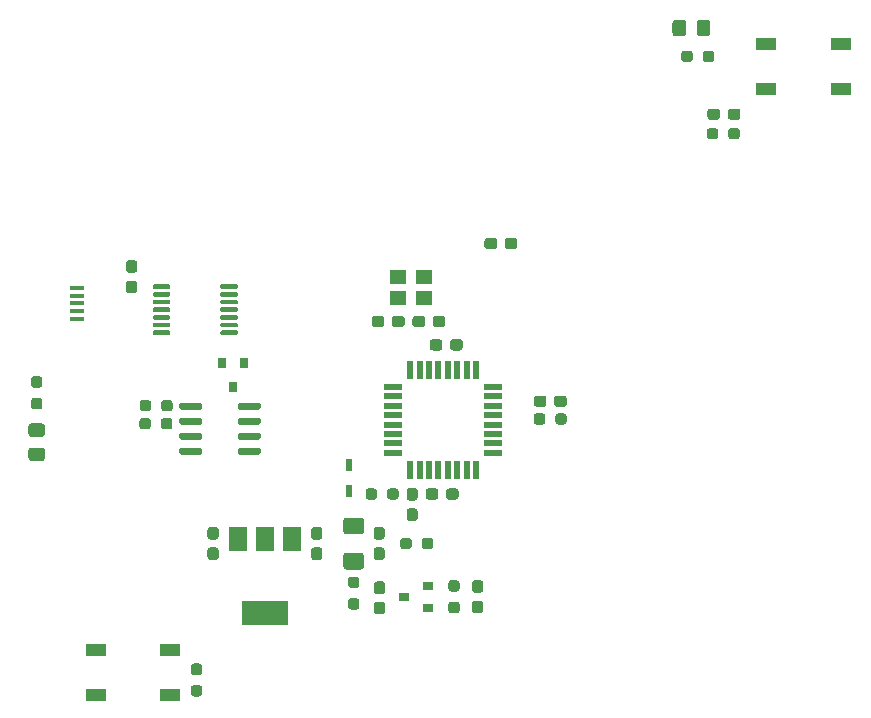
<source format=gbr>
%TF.GenerationSoftware,KiCad,Pcbnew,(5.1.7)-1*%
%TF.CreationDate,2020-10-18T16:27:18+02:00*%
%TF.ProjectId,Atmega_328_breakout,41746d65-6761-45f3-9332-385f62726561,rev?*%
%TF.SameCoordinates,Original*%
%TF.FileFunction,Paste,Top*%
%TF.FilePolarity,Positive*%
%FSLAX46Y46*%
G04 Gerber Fmt 4.6, Leading zero omitted, Abs format (unit mm)*
G04 Created by KiCad (PCBNEW (5.1.7)-1) date 2020-10-18 16:27:18*
%MOMM*%
%LPD*%
G01*
G04 APERTURE LIST*
%ADD10R,1.500000X2.000000*%
%ADD11R,4.000000X2.000000*%
%ADD12R,0.600000X1.100000*%
%ADD13R,1.400000X1.200000*%
%ADD14R,1.700000X1.000000*%
%ADD15R,0.900000X0.800000*%
%ADD16R,1.600000X0.550000*%
%ADD17R,0.550000X1.600000*%
%ADD18R,0.800000X0.900000*%
%ADD19R,1.300000X0.450000*%
G04 APERTURE END LIST*
%TO.C,U3*%
G36*
G01*
X69100000Y-89175000D02*
X69100000Y-88875000D01*
G75*
G02*
X69250000Y-88725000I150000J0D01*
G01*
X70900000Y-88725000D01*
G75*
G02*
X71050000Y-88875000I0J-150000D01*
G01*
X71050000Y-89175000D01*
G75*
G02*
X70900000Y-89325000I-150000J0D01*
G01*
X69250000Y-89325000D01*
G75*
G02*
X69100000Y-89175000I0J150000D01*
G01*
G37*
G36*
G01*
X69100000Y-90445000D02*
X69100000Y-90145000D01*
G75*
G02*
X69250000Y-89995000I150000J0D01*
G01*
X70900000Y-89995000D01*
G75*
G02*
X71050000Y-90145000I0J-150000D01*
G01*
X71050000Y-90445000D01*
G75*
G02*
X70900000Y-90595000I-150000J0D01*
G01*
X69250000Y-90595000D01*
G75*
G02*
X69100000Y-90445000I0J150000D01*
G01*
G37*
G36*
G01*
X69100000Y-91715000D02*
X69100000Y-91415000D01*
G75*
G02*
X69250000Y-91265000I150000J0D01*
G01*
X70900000Y-91265000D01*
G75*
G02*
X71050000Y-91415000I0J-150000D01*
G01*
X71050000Y-91715000D01*
G75*
G02*
X70900000Y-91865000I-150000J0D01*
G01*
X69250000Y-91865000D01*
G75*
G02*
X69100000Y-91715000I0J150000D01*
G01*
G37*
G36*
G01*
X69100000Y-92985000D02*
X69100000Y-92685000D01*
G75*
G02*
X69250000Y-92535000I150000J0D01*
G01*
X70900000Y-92535000D01*
G75*
G02*
X71050000Y-92685000I0J-150000D01*
G01*
X71050000Y-92985000D01*
G75*
G02*
X70900000Y-93135000I-150000J0D01*
G01*
X69250000Y-93135000D01*
G75*
G02*
X69100000Y-92985000I0J150000D01*
G01*
G37*
G36*
G01*
X64150000Y-92985000D02*
X64150000Y-92685000D01*
G75*
G02*
X64300000Y-92535000I150000J0D01*
G01*
X65950000Y-92535000D01*
G75*
G02*
X66100000Y-92685000I0J-150000D01*
G01*
X66100000Y-92985000D01*
G75*
G02*
X65950000Y-93135000I-150000J0D01*
G01*
X64300000Y-93135000D01*
G75*
G02*
X64150000Y-92985000I0J150000D01*
G01*
G37*
G36*
G01*
X64150000Y-91715000D02*
X64150000Y-91415000D01*
G75*
G02*
X64300000Y-91265000I150000J0D01*
G01*
X65950000Y-91265000D01*
G75*
G02*
X66100000Y-91415000I0J-150000D01*
G01*
X66100000Y-91715000D01*
G75*
G02*
X65950000Y-91865000I-150000J0D01*
G01*
X64300000Y-91865000D01*
G75*
G02*
X64150000Y-91715000I0J150000D01*
G01*
G37*
G36*
G01*
X64150000Y-90445000D02*
X64150000Y-90145000D01*
G75*
G02*
X64300000Y-89995000I150000J0D01*
G01*
X65950000Y-89995000D01*
G75*
G02*
X66100000Y-90145000I0J-150000D01*
G01*
X66100000Y-90445000D01*
G75*
G02*
X65950000Y-90595000I-150000J0D01*
G01*
X64300000Y-90595000D01*
G75*
G02*
X64150000Y-90445000I0J150000D01*
G01*
G37*
G36*
G01*
X64150000Y-89175000D02*
X64150000Y-88875000D01*
G75*
G02*
X64300000Y-88725000I150000J0D01*
G01*
X65950000Y-88725000D01*
G75*
G02*
X66100000Y-88875000I0J-150000D01*
G01*
X66100000Y-89175000D01*
G75*
G02*
X65950000Y-89325000I-150000J0D01*
G01*
X64300000Y-89325000D01*
G75*
G02*
X64150000Y-89175000I0J150000D01*
G01*
G37*
%TD*%
D10*
%TO.C,U1*%
X73675000Y-100250000D03*
X69075000Y-100250000D03*
X71375000Y-100250000D03*
D11*
X71375000Y-106550000D03*
%TD*%
D12*
%TO.C,D2*%
X78522000Y-96158000D03*
X78522000Y-93958000D03*
%TD*%
D13*
%TO.C,Y1*%
X82672000Y-78118000D03*
X84872000Y-78118000D03*
X84872000Y-79818000D03*
X82672000Y-79818000D03*
%TD*%
D14*
%TO.C,SW2*%
X120153000Y-62160000D03*
X113853000Y-62160000D03*
X120153000Y-58360000D03*
X113853000Y-58360000D03*
%TD*%
%TO.C,SW1*%
X57084000Y-109668000D03*
X63384000Y-109668000D03*
X57084000Y-113468000D03*
X63384000Y-113468000D03*
%TD*%
%TO.C,R12*%
G36*
G01*
X81741000Y-96692500D02*
X81741000Y-96217500D01*
G75*
G02*
X81978500Y-95980000I237500J0D01*
G01*
X82478500Y-95980000D01*
G75*
G02*
X82716000Y-96217500I0J-237500D01*
G01*
X82716000Y-96692500D01*
G75*
G02*
X82478500Y-96930000I-237500J0D01*
G01*
X81978500Y-96930000D01*
G75*
G02*
X81741000Y-96692500I0J237500D01*
G01*
G37*
G36*
G01*
X79916000Y-96692500D02*
X79916000Y-96217500D01*
G75*
G02*
X80153500Y-95980000I237500J0D01*
G01*
X80653500Y-95980000D01*
G75*
G02*
X80891000Y-96217500I0J-237500D01*
G01*
X80891000Y-96692500D01*
G75*
G02*
X80653500Y-96930000I-237500J0D01*
G01*
X80153500Y-96930000D01*
G75*
G02*
X79916000Y-96692500I0J237500D01*
G01*
G37*
%TD*%
%TO.C,R11*%
G36*
G01*
X84662000Y-100883500D02*
X84662000Y-100408500D01*
G75*
G02*
X84899500Y-100171000I237500J0D01*
G01*
X85399500Y-100171000D01*
G75*
G02*
X85637000Y-100408500I0J-237500D01*
G01*
X85637000Y-100883500D01*
G75*
G02*
X85399500Y-101121000I-237500J0D01*
G01*
X84899500Y-101121000D01*
G75*
G02*
X84662000Y-100883500I0J237500D01*
G01*
G37*
G36*
G01*
X82837000Y-100883500D02*
X82837000Y-100408500D01*
G75*
G02*
X83074500Y-100171000I237500J0D01*
G01*
X83574500Y-100171000D01*
G75*
G02*
X83812000Y-100408500I0J-237500D01*
G01*
X83812000Y-100883500D01*
G75*
G02*
X83574500Y-101121000I-237500J0D01*
G01*
X83074500Y-101121000D01*
G75*
G02*
X82837000Y-100883500I0J237500D01*
G01*
G37*
%TD*%
%TO.C,F1*%
G36*
G01*
X79528000Y-99871000D02*
X78278000Y-99871000D01*
G75*
G02*
X78028000Y-99621000I0J250000D01*
G01*
X78028000Y-98696000D01*
G75*
G02*
X78278000Y-98446000I250000J0D01*
G01*
X79528000Y-98446000D01*
G75*
G02*
X79778000Y-98696000I0J-250000D01*
G01*
X79778000Y-99621000D01*
G75*
G02*
X79528000Y-99871000I-250000J0D01*
G01*
G37*
G36*
G01*
X79528000Y-102846000D02*
X78278000Y-102846000D01*
G75*
G02*
X78028000Y-102596000I0J250000D01*
G01*
X78028000Y-101671000D01*
G75*
G02*
X78278000Y-101421000I250000J0D01*
G01*
X79528000Y-101421000D01*
G75*
G02*
X79778000Y-101671000I0J-250000D01*
G01*
X79778000Y-102596000D01*
G75*
G02*
X79528000Y-102846000I-250000J0D01*
G01*
G37*
%TD*%
%TO.C,U6*%
G36*
G01*
X63375000Y-82700000D02*
X63375000Y-82900000D01*
G75*
G02*
X63275000Y-83000000I-100000J0D01*
G01*
X62000000Y-83000000D01*
G75*
G02*
X61900000Y-82900000I0J100000D01*
G01*
X61900000Y-82700000D01*
G75*
G02*
X62000000Y-82600000I100000J0D01*
G01*
X63275000Y-82600000D01*
G75*
G02*
X63375000Y-82700000I0J-100000D01*
G01*
G37*
G36*
G01*
X63375000Y-82050000D02*
X63375000Y-82250000D01*
G75*
G02*
X63275000Y-82350000I-100000J0D01*
G01*
X62000000Y-82350000D01*
G75*
G02*
X61900000Y-82250000I0J100000D01*
G01*
X61900000Y-82050000D01*
G75*
G02*
X62000000Y-81950000I100000J0D01*
G01*
X63275000Y-81950000D01*
G75*
G02*
X63375000Y-82050000I0J-100000D01*
G01*
G37*
G36*
G01*
X63375000Y-81400000D02*
X63375000Y-81600000D01*
G75*
G02*
X63275000Y-81700000I-100000J0D01*
G01*
X62000000Y-81700000D01*
G75*
G02*
X61900000Y-81600000I0J100000D01*
G01*
X61900000Y-81400000D01*
G75*
G02*
X62000000Y-81300000I100000J0D01*
G01*
X63275000Y-81300000D01*
G75*
G02*
X63375000Y-81400000I0J-100000D01*
G01*
G37*
G36*
G01*
X63375000Y-80750000D02*
X63375000Y-80950000D01*
G75*
G02*
X63275000Y-81050000I-100000J0D01*
G01*
X62000000Y-81050000D01*
G75*
G02*
X61900000Y-80950000I0J100000D01*
G01*
X61900000Y-80750000D01*
G75*
G02*
X62000000Y-80650000I100000J0D01*
G01*
X63275000Y-80650000D01*
G75*
G02*
X63375000Y-80750000I0J-100000D01*
G01*
G37*
G36*
G01*
X63375000Y-80100000D02*
X63375000Y-80300000D01*
G75*
G02*
X63275000Y-80400000I-100000J0D01*
G01*
X62000000Y-80400000D01*
G75*
G02*
X61900000Y-80300000I0J100000D01*
G01*
X61900000Y-80100000D01*
G75*
G02*
X62000000Y-80000000I100000J0D01*
G01*
X63275000Y-80000000D01*
G75*
G02*
X63375000Y-80100000I0J-100000D01*
G01*
G37*
G36*
G01*
X63375000Y-79450000D02*
X63375000Y-79650000D01*
G75*
G02*
X63275000Y-79750000I-100000J0D01*
G01*
X62000000Y-79750000D01*
G75*
G02*
X61900000Y-79650000I0J100000D01*
G01*
X61900000Y-79450000D01*
G75*
G02*
X62000000Y-79350000I100000J0D01*
G01*
X63275000Y-79350000D01*
G75*
G02*
X63375000Y-79450000I0J-100000D01*
G01*
G37*
G36*
G01*
X63375000Y-78800000D02*
X63375000Y-79000000D01*
G75*
G02*
X63275000Y-79100000I-100000J0D01*
G01*
X62000000Y-79100000D01*
G75*
G02*
X61900000Y-79000000I0J100000D01*
G01*
X61900000Y-78800000D01*
G75*
G02*
X62000000Y-78700000I100000J0D01*
G01*
X63275000Y-78700000D01*
G75*
G02*
X63375000Y-78800000I0J-100000D01*
G01*
G37*
G36*
G01*
X69100000Y-78800000D02*
X69100000Y-79000000D01*
G75*
G02*
X69000000Y-79100000I-100000J0D01*
G01*
X67725000Y-79100000D01*
G75*
G02*
X67625000Y-79000000I0J100000D01*
G01*
X67625000Y-78800000D01*
G75*
G02*
X67725000Y-78700000I100000J0D01*
G01*
X69000000Y-78700000D01*
G75*
G02*
X69100000Y-78800000I0J-100000D01*
G01*
G37*
G36*
G01*
X69100000Y-79450000D02*
X69100000Y-79650000D01*
G75*
G02*
X69000000Y-79750000I-100000J0D01*
G01*
X67725000Y-79750000D01*
G75*
G02*
X67625000Y-79650000I0J100000D01*
G01*
X67625000Y-79450000D01*
G75*
G02*
X67725000Y-79350000I100000J0D01*
G01*
X69000000Y-79350000D01*
G75*
G02*
X69100000Y-79450000I0J-100000D01*
G01*
G37*
G36*
G01*
X69100000Y-80100000D02*
X69100000Y-80300000D01*
G75*
G02*
X69000000Y-80400000I-100000J0D01*
G01*
X67725000Y-80400000D01*
G75*
G02*
X67625000Y-80300000I0J100000D01*
G01*
X67625000Y-80100000D01*
G75*
G02*
X67725000Y-80000000I100000J0D01*
G01*
X69000000Y-80000000D01*
G75*
G02*
X69100000Y-80100000I0J-100000D01*
G01*
G37*
G36*
G01*
X69100000Y-80750000D02*
X69100000Y-80950000D01*
G75*
G02*
X69000000Y-81050000I-100000J0D01*
G01*
X67725000Y-81050000D01*
G75*
G02*
X67625000Y-80950000I0J100000D01*
G01*
X67625000Y-80750000D01*
G75*
G02*
X67725000Y-80650000I100000J0D01*
G01*
X69000000Y-80650000D01*
G75*
G02*
X69100000Y-80750000I0J-100000D01*
G01*
G37*
G36*
G01*
X69100000Y-81400000D02*
X69100000Y-81600000D01*
G75*
G02*
X69000000Y-81700000I-100000J0D01*
G01*
X67725000Y-81700000D01*
G75*
G02*
X67625000Y-81600000I0J100000D01*
G01*
X67625000Y-81400000D01*
G75*
G02*
X67725000Y-81300000I100000J0D01*
G01*
X69000000Y-81300000D01*
G75*
G02*
X69100000Y-81400000I0J-100000D01*
G01*
G37*
G36*
G01*
X69100000Y-82050000D02*
X69100000Y-82250000D01*
G75*
G02*
X69000000Y-82350000I-100000J0D01*
G01*
X67725000Y-82350000D01*
G75*
G02*
X67625000Y-82250000I0J100000D01*
G01*
X67625000Y-82050000D01*
G75*
G02*
X67725000Y-81950000I100000J0D01*
G01*
X69000000Y-81950000D01*
G75*
G02*
X69100000Y-82050000I0J-100000D01*
G01*
G37*
G36*
G01*
X69100000Y-82700000D02*
X69100000Y-82900000D01*
G75*
G02*
X69000000Y-83000000I-100000J0D01*
G01*
X67725000Y-83000000D01*
G75*
G02*
X67625000Y-82900000I0J100000D01*
G01*
X67625000Y-82700000D01*
G75*
G02*
X67725000Y-82600000I100000J0D01*
G01*
X69000000Y-82600000D01*
G75*
G02*
X69100000Y-82700000I0J-100000D01*
G01*
G37*
%TD*%
D15*
%TO.C,U5*%
X83200000Y-105150000D03*
X85200000Y-104200000D03*
X85200000Y-106100000D03*
%TD*%
D16*
%TO.C,U4*%
X90737000Y-87370000D03*
X90737000Y-88170000D03*
X90737000Y-88970000D03*
X90737000Y-89770000D03*
X90737000Y-90570000D03*
X90737000Y-91370000D03*
X90737000Y-92170000D03*
X90737000Y-92970000D03*
D17*
X89287000Y-94420000D03*
X88487000Y-94420000D03*
X87687000Y-94420000D03*
X86887000Y-94420000D03*
X86087000Y-94420000D03*
X85287000Y-94420000D03*
X84487000Y-94420000D03*
X83687000Y-94420000D03*
D16*
X82237000Y-92970000D03*
X82237000Y-92170000D03*
X82237000Y-91370000D03*
X82237000Y-90570000D03*
X82237000Y-89770000D03*
X82237000Y-88970000D03*
X82237000Y-88170000D03*
X82237000Y-87370000D03*
D17*
X83687000Y-85920000D03*
X84487000Y-85920000D03*
X85287000Y-85920000D03*
X86087000Y-85920000D03*
X86887000Y-85920000D03*
X87687000Y-85920000D03*
X88487000Y-85920000D03*
X89287000Y-85920000D03*
%TD*%
D18*
%TO.C,Q1*%
X68700000Y-87400000D03*
X67750000Y-85400000D03*
X69650000Y-85400000D03*
%TD*%
D19*
%TO.C,J28*%
X55500000Y-81600000D03*
X55500000Y-80950000D03*
X55500000Y-80300000D03*
X55500000Y-79650000D03*
X55500000Y-79000000D03*
%TD*%
%TO.C,D4*%
G36*
G01*
X107050000Y-56549999D02*
X107050000Y-57450001D01*
G75*
G02*
X106800001Y-57700000I-249999J0D01*
G01*
X106149999Y-57700000D01*
G75*
G02*
X105900000Y-57450001I0J249999D01*
G01*
X105900000Y-56549999D01*
G75*
G02*
X106149999Y-56300000I249999J0D01*
G01*
X106800001Y-56300000D01*
G75*
G02*
X107050000Y-56549999I0J-249999D01*
G01*
G37*
G36*
G01*
X109100000Y-56549999D02*
X109100000Y-57450001D01*
G75*
G02*
X108850001Y-57700000I-249999J0D01*
G01*
X108199999Y-57700000D01*
G75*
G02*
X107950000Y-57450001I0J249999D01*
G01*
X107950000Y-56549999D01*
G75*
G02*
X108199999Y-56300000I249999J0D01*
G01*
X108850001Y-56300000D01*
G75*
G02*
X109100000Y-56549999I0J-249999D01*
G01*
G37*
%TD*%
%TO.C,D3*%
G36*
G01*
X52520001Y-91625000D02*
X51619999Y-91625000D01*
G75*
G02*
X51370000Y-91375001I0J249999D01*
G01*
X51370000Y-90724999D01*
G75*
G02*
X51619999Y-90475000I249999J0D01*
G01*
X52520001Y-90475000D01*
G75*
G02*
X52770000Y-90724999I0J-249999D01*
G01*
X52770000Y-91375001D01*
G75*
G02*
X52520001Y-91625000I-249999J0D01*
G01*
G37*
G36*
G01*
X52520001Y-93675000D02*
X51619999Y-93675000D01*
G75*
G02*
X51370000Y-93425001I0J249999D01*
G01*
X51370000Y-92774999D01*
G75*
G02*
X51619999Y-92525000I249999J0D01*
G01*
X52520001Y-92525000D01*
G75*
G02*
X52770000Y-92774999I0J-249999D01*
G01*
X52770000Y-93425001D01*
G75*
G02*
X52520001Y-93675000I-249999J0D01*
G01*
G37*
%TD*%
%TO.C,C14*%
G36*
G01*
X59862500Y-78375000D02*
X60337500Y-78375000D01*
G75*
G02*
X60575000Y-78612500I0J-237500D01*
G01*
X60575000Y-79212500D01*
G75*
G02*
X60337500Y-79450000I-237500J0D01*
G01*
X59862500Y-79450000D01*
G75*
G02*
X59625000Y-79212500I0J237500D01*
G01*
X59625000Y-78612500D01*
G75*
G02*
X59862500Y-78375000I237500J0D01*
G01*
G37*
G36*
G01*
X59862500Y-76650000D02*
X60337500Y-76650000D01*
G75*
G02*
X60575000Y-76887500I0J-237500D01*
G01*
X60575000Y-77487500D01*
G75*
G02*
X60337500Y-77725000I-237500J0D01*
G01*
X59862500Y-77725000D01*
G75*
G02*
X59625000Y-77487500I0J237500D01*
G01*
X59625000Y-76887500D01*
G75*
G02*
X59862500Y-76650000I237500J0D01*
G01*
G37*
%TD*%
%TO.C,C13*%
G36*
G01*
X110575000Y-64537500D02*
X110575000Y-64062500D01*
G75*
G02*
X110812500Y-63825000I237500J0D01*
G01*
X111412500Y-63825000D01*
G75*
G02*
X111650000Y-64062500I0J-237500D01*
G01*
X111650000Y-64537500D01*
G75*
G02*
X111412500Y-64775000I-237500J0D01*
G01*
X110812500Y-64775000D01*
G75*
G02*
X110575000Y-64537500I0J237500D01*
G01*
G37*
G36*
G01*
X108850000Y-64537500D02*
X108850000Y-64062500D01*
G75*
G02*
X109087500Y-63825000I237500J0D01*
G01*
X109687500Y-63825000D01*
G75*
G02*
X109925000Y-64062500I0J-237500D01*
G01*
X109925000Y-64537500D01*
G75*
G02*
X109687500Y-64775000I-237500J0D01*
G01*
X109087500Y-64775000D01*
G75*
G02*
X108850000Y-64537500I0J237500D01*
G01*
G37*
%TD*%
%TO.C,C12*%
G36*
G01*
X84954500Y-81612500D02*
X84954500Y-82087500D01*
G75*
G02*
X84717000Y-82325000I-237500J0D01*
G01*
X84117000Y-82325000D01*
G75*
G02*
X83879500Y-82087500I0J237500D01*
G01*
X83879500Y-81612500D01*
G75*
G02*
X84117000Y-81375000I237500J0D01*
G01*
X84717000Y-81375000D01*
G75*
G02*
X84954500Y-81612500I0J-237500D01*
G01*
G37*
G36*
G01*
X86679500Y-81612500D02*
X86679500Y-82087500D01*
G75*
G02*
X86442000Y-82325000I-237500J0D01*
G01*
X85842000Y-82325000D01*
G75*
G02*
X85604500Y-82087500I0J237500D01*
G01*
X85604500Y-81612500D01*
G75*
G02*
X85842000Y-81375000I237500J0D01*
G01*
X86442000Y-81375000D01*
G75*
G02*
X86679500Y-81612500I0J-237500D01*
G01*
G37*
%TD*%
%TO.C,C11*%
G36*
G01*
X82149000Y-82087500D02*
X82149000Y-81612500D01*
G75*
G02*
X82386500Y-81375000I237500J0D01*
G01*
X82986500Y-81375000D01*
G75*
G02*
X83224000Y-81612500I0J-237500D01*
G01*
X83224000Y-82087500D01*
G75*
G02*
X82986500Y-82325000I-237500J0D01*
G01*
X82386500Y-82325000D01*
G75*
G02*
X82149000Y-82087500I0J237500D01*
G01*
G37*
G36*
G01*
X80424000Y-82087500D02*
X80424000Y-81612500D01*
G75*
G02*
X80661500Y-81375000I237500J0D01*
G01*
X81261500Y-81375000D01*
G75*
G02*
X81499000Y-81612500I0J-237500D01*
G01*
X81499000Y-82087500D01*
G75*
G02*
X81261500Y-82325000I-237500J0D01*
G01*
X80661500Y-82325000D01*
G75*
G02*
X80424000Y-82087500I0J237500D01*
G01*
G37*
%TD*%
%TO.C,C10*%
G36*
G01*
X91700500Y-75483500D02*
X91700500Y-75008500D01*
G75*
G02*
X91938000Y-74771000I237500J0D01*
G01*
X92538000Y-74771000D01*
G75*
G02*
X92775500Y-75008500I0J-237500D01*
G01*
X92775500Y-75483500D01*
G75*
G02*
X92538000Y-75721000I-237500J0D01*
G01*
X91938000Y-75721000D01*
G75*
G02*
X91700500Y-75483500I0J237500D01*
G01*
G37*
G36*
G01*
X89975500Y-75483500D02*
X89975500Y-75008500D01*
G75*
G02*
X90213000Y-74771000I237500J0D01*
G01*
X90813000Y-74771000D01*
G75*
G02*
X91050500Y-75008500I0J-237500D01*
G01*
X91050500Y-75483500D01*
G75*
G02*
X90813000Y-75721000I-237500J0D01*
G01*
X90213000Y-75721000D01*
G75*
G02*
X89975500Y-75483500I0J237500D01*
G01*
G37*
%TD*%
%TO.C,C9*%
G36*
G01*
X95875000Y-88837500D02*
X95875000Y-88362500D01*
G75*
G02*
X96112500Y-88125000I237500J0D01*
G01*
X96712500Y-88125000D01*
G75*
G02*
X96950000Y-88362500I0J-237500D01*
G01*
X96950000Y-88837500D01*
G75*
G02*
X96712500Y-89075000I-237500J0D01*
G01*
X96112500Y-89075000D01*
G75*
G02*
X95875000Y-88837500I0J237500D01*
G01*
G37*
G36*
G01*
X94150000Y-88837500D02*
X94150000Y-88362500D01*
G75*
G02*
X94387500Y-88125000I237500J0D01*
G01*
X94987500Y-88125000D01*
G75*
G02*
X95225000Y-88362500I0J-237500D01*
G01*
X95225000Y-88837500D01*
G75*
G02*
X94987500Y-89075000I-237500J0D01*
G01*
X94387500Y-89075000D01*
G75*
G02*
X94150000Y-88837500I0J237500D01*
G01*
G37*
%TD*%
%TO.C,C8*%
G36*
G01*
X80824500Y-100971000D02*
X81299500Y-100971000D01*
G75*
G02*
X81537000Y-101208500I0J-237500D01*
G01*
X81537000Y-101808500D01*
G75*
G02*
X81299500Y-102046000I-237500J0D01*
G01*
X80824500Y-102046000D01*
G75*
G02*
X80587000Y-101808500I0J237500D01*
G01*
X80587000Y-101208500D01*
G75*
G02*
X80824500Y-100971000I237500J0D01*
G01*
G37*
G36*
G01*
X80824500Y-99246000D02*
X81299500Y-99246000D01*
G75*
G02*
X81537000Y-99483500I0J-237500D01*
G01*
X81537000Y-100083500D01*
G75*
G02*
X81299500Y-100321000I-237500J0D01*
G01*
X80824500Y-100321000D01*
G75*
G02*
X80587000Y-100083500I0J237500D01*
G01*
X80587000Y-99483500D01*
G75*
G02*
X80824500Y-99246000I237500J0D01*
G01*
G37*
%TD*%
%TO.C,C7*%
G36*
G01*
X89162500Y-105475000D02*
X89637500Y-105475000D01*
G75*
G02*
X89875000Y-105712500I0J-237500D01*
G01*
X89875000Y-106312500D01*
G75*
G02*
X89637500Y-106550000I-237500J0D01*
G01*
X89162500Y-106550000D01*
G75*
G02*
X88925000Y-106312500I0J237500D01*
G01*
X88925000Y-105712500D01*
G75*
G02*
X89162500Y-105475000I237500J0D01*
G01*
G37*
G36*
G01*
X89162500Y-103750000D02*
X89637500Y-103750000D01*
G75*
G02*
X89875000Y-103987500I0J-237500D01*
G01*
X89875000Y-104587500D01*
G75*
G02*
X89637500Y-104825000I-237500J0D01*
G01*
X89162500Y-104825000D01*
G75*
G02*
X88925000Y-104587500I0J237500D01*
G01*
X88925000Y-103987500D01*
G75*
G02*
X89162500Y-103750000I237500J0D01*
G01*
G37*
%TD*%
%TO.C,C6*%
G36*
G01*
X81337500Y-104925000D02*
X80862500Y-104925000D01*
G75*
G02*
X80625000Y-104687500I0J237500D01*
G01*
X80625000Y-104087500D01*
G75*
G02*
X80862500Y-103850000I237500J0D01*
G01*
X81337500Y-103850000D01*
G75*
G02*
X81575000Y-104087500I0J-237500D01*
G01*
X81575000Y-104687500D01*
G75*
G02*
X81337500Y-104925000I-237500J0D01*
G01*
G37*
G36*
G01*
X81337500Y-106650000D02*
X80862500Y-106650000D01*
G75*
G02*
X80625000Y-106412500I0J237500D01*
G01*
X80625000Y-105812500D01*
G75*
G02*
X80862500Y-105575000I237500J0D01*
G01*
X81337500Y-105575000D01*
G75*
G02*
X81575000Y-105812500I0J-237500D01*
G01*
X81575000Y-106412500D01*
G75*
G02*
X81337500Y-106650000I-237500J0D01*
G01*
G37*
%TD*%
%TO.C,C5*%
G36*
G01*
X76012500Y-100321000D02*
X75537500Y-100321000D01*
G75*
G02*
X75300000Y-100083500I0J237500D01*
G01*
X75300000Y-99483500D01*
G75*
G02*
X75537500Y-99246000I237500J0D01*
G01*
X76012500Y-99246000D01*
G75*
G02*
X76250000Y-99483500I0J-237500D01*
G01*
X76250000Y-100083500D01*
G75*
G02*
X76012500Y-100321000I-237500J0D01*
G01*
G37*
G36*
G01*
X76012500Y-102046000D02*
X75537500Y-102046000D01*
G75*
G02*
X75300000Y-101808500I0J237500D01*
G01*
X75300000Y-101208500D01*
G75*
G02*
X75537500Y-100971000I237500J0D01*
G01*
X76012500Y-100971000D01*
G75*
G02*
X76250000Y-101208500I0J-237500D01*
G01*
X76250000Y-101808500D01*
G75*
G02*
X76012500Y-102046000I-237500J0D01*
G01*
G37*
%TD*%
%TO.C,C4*%
G36*
G01*
X86071000Y-96217500D02*
X86071000Y-96692500D01*
G75*
G02*
X85833500Y-96930000I-237500J0D01*
G01*
X85233500Y-96930000D01*
G75*
G02*
X84996000Y-96692500I0J237500D01*
G01*
X84996000Y-96217500D01*
G75*
G02*
X85233500Y-95980000I237500J0D01*
G01*
X85833500Y-95980000D01*
G75*
G02*
X86071000Y-96217500I0J-237500D01*
G01*
G37*
G36*
G01*
X87796000Y-96217500D02*
X87796000Y-96692500D01*
G75*
G02*
X87558500Y-96930000I-237500J0D01*
G01*
X86958500Y-96930000D01*
G75*
G02*
X86721000Y-96692500I0J237500D01*
G01*
X86721000Y-96217500D01*
G75*
G02*
X86958500Y-95980000I237500J0D01*
G01*
X87558500Y-95980000D01*
G75*
G02*
X87796000Y-96217500I0J-237500D01*
G01*
G37*
%TD*%
%TO.C,C3*%
G36*
G01*
X86423000Y-83588500D02*
X86423000Y-84063500D01*
G75*
G02*
X86185500Y-84301000I-237500J0D01*
G01*
X85585500Y-84301000D01*
G75*
G02*
X85348000Y-84063500I0J237500D01*
G01*
X85348000Y-83588500D01*
G75*
G02*
X85585500Y-83351000I237500J0D01*
G01*
X86185500Y-83351000D01*
G75*
G02*
X86423000Y-83588500I0J-237500D01*
G01*
G37*
G36*
G01*
X88148000Y-83588500D02*
X88148000Y-84063500D01*
G75*
G02*
X87910500Y-84301000I-237500J0D01*
G01*
X87310500Y-84301000D01*
G75*
G02*
X87073000Y-84063500I0J237500D01*
G01*
X87073000Y-83588500D01*
G75*
G02*
X87310500Y-83351000I237500J0D01*
G01*
X87910500Y-83351000D01*
G75*
G02*
X88148000Y-83588500I0J-237500D01*
G01*
G37*
%TD*%
%TO.C,C2*%
G36*
G01*
X67237500Y-100321000D02*
X66762500Y-100321000D01*
G75*
G02*
X66525000Y-100083500I0J237500D01*
G01*
X66525000Y-99483500D01*
G75*
G02*
X66762500Y-99246000I237500J0D01*
G01*
X67237500Y-99246000D01*
G75*
G02*
X67475000Y-99483500I0J-237500D01*
G01*
X67475000Y-100083500D01*
G75*
G02*
X67237500Y-100321000I-237500J0D01*
G01*
G37*
G36*
G01*
X67237500Y-102046000D02*
X66762500Y-102046000D01*
G75*
G02*
X66525000Y-101808500I0J237500D01*
G01*
X66525000Y-101208500D01*
G75*
G02*
X66762500Y-100971000I237500J0D01*
G01*
X67237500Y-100971000D01*
G75*
G02*
X67475000Y-101208500I0J-237500D01*
G01*
X67475000Y-101808500D01*
G75*
G02*
X67237500Y-102046000I-237500J0D01*
G01*
G37*
%TD*%
%TO.C,C1*%
G36*
G01*
X84093500Y-97019000D02*
X83618500Y-97019000D01*
G75*
G02*
X83381000Y-96781500I0J237500D01*
G01*
X83381000Y-96181500D01*
G75*
G02*
X83618500Y-95944000I237500J0D01*
G01*
X84093500Y-95944000D01*
G75*
G02*
X84331000Y-96181500I0J-237500D01*
G01*
X84331000Y-96781500D01*
G75*
G02*
X84093500Y-97019000I-237500J0D01*
G01*
G37*
G36*
G01*
X84093500Y-98744000D02*
X83618500Y-98744000D01*
G75*
G02*
X83381000Y-98506500I0J237500D01*
G01*
X83381000Y-97906500D01*
G75*
G02*
X83618500Y-97669000I237500J0D01*
G01*
X84093500Y-97669000D01*
G75*
G02*
X84331000Y-97906500I0J-237500D01*
G01*
X84331000Y-98506500D01*
G75*
G02*
X84093500Y-98744000I-237500J0D01*
G01*
G37*
%TD*%
%TO.C,R1*%
G36*
G01*
X60760000Y-90737500D02*
X60760000Y-90262500D01*
G75*
G02*
X60997500Y-90025000I237500J0D01*
G01*
X61497500Y-90025000D01*
G75*
G02*
X61735000Y-90262500I0J-237500D01*
G01*
X61735000Y-90737500D01*
G75*
G02*
X61497500Y-90975000I-237500J0D01*
G01*
X60997500Y-90975000D01*
G75*
G02*
X60760000Y-90737500I0J237500D01*
G01*
G37*
G36*
G01*
X62585000Y-90737500D02*
X62585000Y-90262500D01*
G75*
G02*
X62822500Y-90025000I237500J0D01*
G01*
X63322500Y-90025000D01*
G75*
G02*
X63560000Y-90262500I0J-237500D01*
G01*
X63560000Y-90737500D01*
G75*
G02*
X63322500Y-90975000I-237500J0D01*
G01*
X62822500Y-90975000D01*
G75*
G02*
X62585000Y-90737500I0J237500D01*
G01*
G37*
%TD*%
%TO.C,R2*%
G36*
G01*
X63577500Y-88732500D02*
X63577500Y-89207500D01*
G75*
G02*
X63340000Y-89445000I-237500J0D01*
G01*
X62840000Y-89445000D01*
G75*
G02*
X62602500Y-89207500I0J237500D01*
G01*
X62602500Y-88732500D01*
G75*
G02*
X62840000Y-88495000I237500J0D01*
G01*
X63340000Y-88495000D01*
G75*
G02*
X63577500Y-88732500I0J-237500D01*
G01*
G37*
G36*
G01*
X61752500Y-88732500D02*
X61752500Y-89207500D01*
G75*
G02*
X61515000Y-89445000I-237500J0D01*
G01*
X61015000Y-89445000D01*
G75*
G02*
X60777500Y-89207500I0J237500D01*
G01*
X60777500Y-88732500D01*
G75*
G02*
X61015000Y-88495000I237500J0D01*
G01*
X61515000Y-88495000D01*
G75*
G02*
X61752500Y-88732500I0J-237500D01*
G01*
G37*
%TD*%
%TO.C,R3*%
G36*
G01*
X87637500Y-104725000D02*
X87162500Y-104725000D01*
G75*
G02*
X86925000Y-104487500I0J237500D01*
G01*
X86925000Y-103987500D01*
G75*
G02*
X87162500Y-103750000I237500J0D01*
G01*
X87637500Y-103750000D01*
G75*
G02*
X87875000Y-103987500I0J-237500D01*
G01*
X87875000Y-104487500D01*
G75*
G02*
X87637500Y-104725000I-237500J0D01*
G01*
G37*
G36*
G01*
X87637500Y-106550000D02*
X87162500Y-106550000D01*
G75*
G02*
X86925000Y-106312500I0J237500D01*
G01*
X86925000Y-105812500D01*
G75*
G02*
X87162500Y-105575000I237500J0D01*
G01*
X87637500Y-105575000D01*
G75*
G02*
X87875000Y-105812500I0J-237500D01*
G01*
X87875000Y-106312500D01*
G75*
G02*
X87637500Y-106550000I-237500J0D01*
G01*
G37*
%TD*%
%TO.C,R4*%
G36*
G01*
X79140500Y-106237000D02*
X78665500Y-106237000D01*
G75*
G02*
X78428000Y-105999500I0J237500D01*
G01*
X78428000Y-105499500D01*
G75*
G02*
X78665500Y-105262000I237500J0D01*
G01*
X79140500Y-105262000D01*
G75*
G02*
X79378000Y-105499500I0J-237500D01*
G01*
X79378000Y-105999500D01*
G75*
G02*
X79140500Y-106237000I-237500J0D01*
G01*
G37*
G36*
G01*
X79140500Y-104412000D02*
X78665500Y-104412000D01*
G75*
G02*
X78428000Y-104174500I0J237500D01*
G01*
X78428000Y-103674500D01*
G75*
G02*
X78665500Y-103437000I237500J0D01*
G01*
X79140500Y-103437000D01*
G75*
G02*
X79378000Y-103674500I0J-237500D01*
G01*
X79378000Y-104174500D01*
G75*
G02*
X79140500Y-104412000I-237500J0D01*
G01*
G37*
%TD*%
%TO.C,R5*%
G36*
G01*
X51832500Y-86484000D02*
X52307500Y-86484000D01*
G75*
G02*
X52545000Y-86721500I0J-237500D01*
G01*
X52545000Y-87221500D01*
G75*
G02*
X52307500Y-87459000I-237500J0D01*
G01*
X51832500Y-87459000D01*
G75*
G02*
X51595000Y-87221500I0J237500D01*
G01*
X51595000Y-86721500D01*
G75*
G02*
X51832500Y-86484000I237500J0D01*
G01*
G37*
G36*
G01*
X51832500Y-88309000D02*
X52307500Y-88309000D01*
G75*
G02*
X52545000Y-88546500I0J-237500D01*
G01*
X52545000Y-89046500D01*
G75*
G02*
X52307500Y-89284000I-237500J0D01*
G01*
X51832500Y-89284000D01*
G75*
G02*
X51595000Y-89046500I0J237500D01*
G01*
X51595000Y-88546500D01*
G75*
G02*
X51832500Y-88309000I237500J0D01*
G01*
G37*
%TD*%
%TO.C,R6*%
G36*
G01*
X95125000Y-89862500D02*
X95125000Y-90337500D01*
G75*
G02*
X94887500Y-90575000I-237500J0D01*
G01*
X94387500Y-90575000D01*
G75*
G02*
X94150000Y-90337500I0J237500D01*
G01*
X94150000Y-89862500D01*
G75*
G02*
X94387500Y-89625000I237500J0D01*
G01*
X94887500Y-89625000D01*
G75*
G02*
X95125000Y-89862500I0J-237500D01*
G01*
G37*
G36*
G01*
X96950000Y-89862500D02*
X96950000Y-90337500D01*
G75*
G02*
X96712500Y-90575000I-237500J0D01*
G01*
X96212500Y-90575000D01*
G75*
G02*
X95975000Y-90337500I0J237500D01*
G01*
X95975000Y-89862500D01*
G75*
G02*
X96212500Y-89625000I237500J0D01*
G01*
X96712500Y-89625000D01*
G75*
G02*
X96950000Y-89862500I0J-237500D01*
G01*
G37*
%TD*%
%TO.C,R7*%
G36*
G01*
X65362500Y-112625000D02*
X65837500Y-112625000D01*
G75*
G02*
X66075000Y-112862500I0J-237500D01*
G01*
X66075000Y-113362500D01*
G75*
G02*
X65837500Y-113600000I-237500J0D01*
G01*
X65362500Y-113600000D01*
G75*
G02*
X65125000Y-113362500I0J237500D01*
G01*
X65125000Y-112862500D01*
G75*
G02*
X65362500Y-112625000I237500J0D01*
G01*
G37*
G36*
G01*
X65362500Y-110800000D02*
X65837500Y-110800000D01*
G75*
G02*
X66075000Y-111037500I0J-237500D01*
G01*
X66075000Y-111537500D01*
G75*
G02*
X65837500Y-111775000I-237500J0D01*
G01*
X65362500Y-111775000D01*
G75*
G02*
X65125000Y-111537500I0J237500D01*
G01*
X65125000Y-111037500D01*
G75*
G02*
X65362500Y-110800000I237500J0D01*
G01*
G37*
%TD*%
%TO.C,R8*%
G36*
G01*
X108475000Y-59637500D02*
X108475000Y-59162500D01*
G75*
G02*
X108712500Y-58925000I237500J0D01*
G01*
X109212500Y-58925000D01*
G75*
G02*
X109450000Y-59162500I0J-237500D01*
G01*
X109450000Y-59637500D01*
G75*
G02*
X109212500Y-59875000I-237500J0D01*
G01*
X108712500Y-59875000D01*
G75*
G02*
X108475000Y-59637500I0J237500D01*
G01*
G37*
G36*
G01*
X106650000Y-59637500D02*
X106650000Y-59162500D01*
G75*
G02*
X106887500Y-58925000I237500J0D01*
G01*
X107387500Y-58925000D01*
G75*
G02*
X107625000Y-59162500I0J-237500D01*
G01*
X107625000Y-59637500D01*
G75*
G02*
X107387500Y-59875000I-237500J0D01*
G01*
X106887500Y-59875000D01*
G75*
G02*
X106650000Y-59637500I0J237500D01*
G01*
G37*
%TD*%
%TO.C,R9*%
G36*
G01*
X111600000Y-65712500D02*
X111600000Y-66187500D01*
G75*
G02*
X111362500Y-66425000I-237500J0D01*
G01*
X110862500Y-66425000D01*
G75*
G02*
X110625000Y-66187500I0J237500D01*
G01*
X110625000Y-65712500D01*
G75*
G02*
X110862500Y-65475000I237500J0D01*
G01*
X111362500Y-65475000D01*
G75*
G02*
X111600000Y-65712500I0J-237500D01*
G01*
G37*
G36*
G01*
X109775000Y-65712500D02*
X109775000Y-66187500D01*
G75*
G02*
X109537500Y-66425000I-237500J0D01*
G01*
X109037500Y-66425000D01*
G75*
G02*
X108800000Y-66187500I0J237500D01*
G01*
X108800000Y-65712500D01*
G75*
G02*
X109037500Y-65475000I237500J0D01*
G01*
X109537500Y-65475000D01*
G75*
G02*
X109775000Y-65712500I0J-237500D01*
G01*
G37*
%TD*%
M02*

</source>
